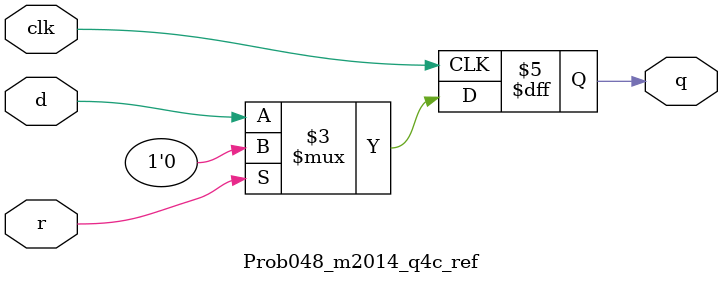
<source format=sv>

module Prob048_m2014_q4c_ref (
  input clk,
  input d,
  input r,
  output logic q
);

  always@(posedge clk) begin
    if (r)
      q <= 0;
    else
      q <= d;
  end

endmodule


</source>
